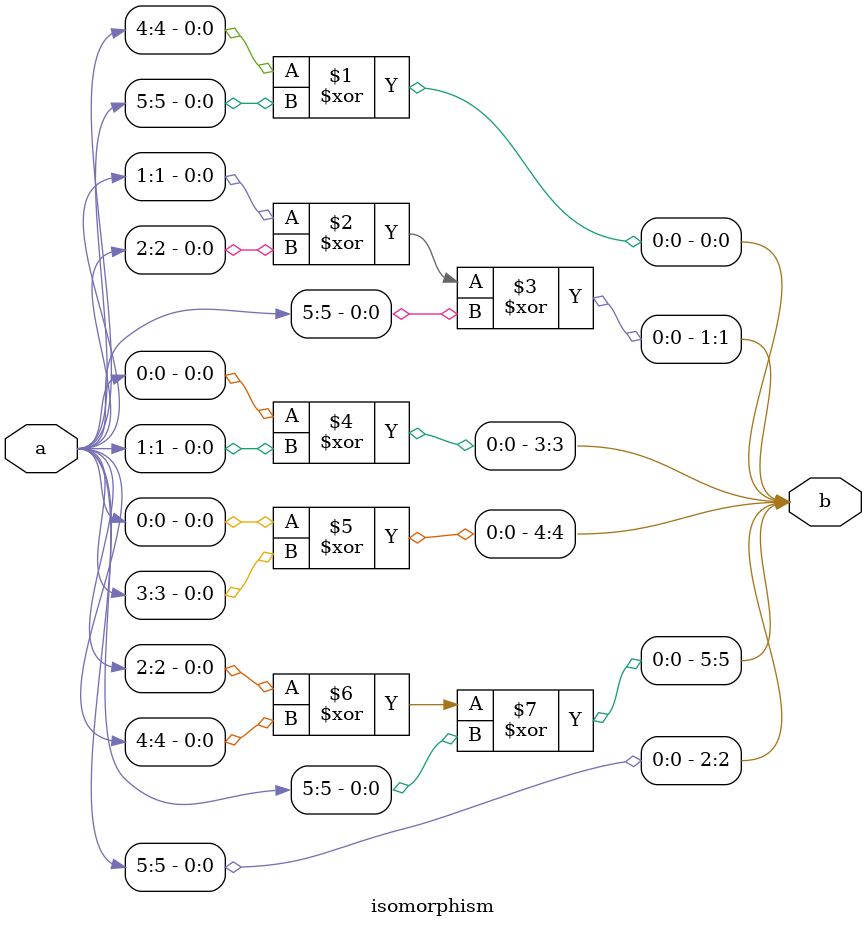
<source format=v>
`timescale 1ns/100ps
module SMSS32_40_nn_7_5(x,y);
	 input [5:0] x;
	 output [5:0] y;
	 wire [5:0] w;
	 wire [5:0] p;
	 isomorphism C2 (x,w);
	 power_40 C3 (w,p);
	 inv_isomorphism C4 (p,y);
endmodule

module add_base(a,b,c);
	 input [2:0] a;
	 input [2:0] b;
	 output [2:0] c;
	 assign c[0]=a[0]^b[0];
	 assign c[1]=a[1]^b[1];
	 assign c[2]=a[2]^b[2];
endmodule

module five_base(a,b);
	 input [2:0] a;
	 output [2:0] b;
	 assign b[0]=a[1]^a[2]^(a[0]&a[1]);
	 assign b[1]=a[0]^a[2]^(a[1]&a[2]);
	 assign b[2]=a[0]^a[1]^(a[0]&a[2]);
endmodule

module power_40(a,b);
	 input [5:0] a;
	 output [5:0] b;
	 wire [2:0] x_0;
	 wire [2:0] x_1;
	 wire [2:0] x_2;
	 wire [2:0] x_3;
	 wire [2:0] x_4;
	 wire [2:0] x_5;
	 wire [2:0] y_0;
	 wire [2:0] y_1;
	 assign x_0[0]=a[0];
	 assign x_0[1]=a[1];
	 assign x_0[2]=a[2];
	 assign x_1[0]=a[3];
	 assign x_1[1]=a[4];
	 assign x_1[2]=a[5];
	 add_base A1 (x_0,x_1,x_2);
	 five_base A2 (x_2,x_3);
	 five_base  A3 (x_0,x_4);
	 five_base A4 (x_1,x_5);
	 add_base A5 (x_5,x_3,y_0);
	 add_base A6 (x_4,x_3,y_1);
	 assign b[0]=y_0[0];
	 assign b[1]=y_0[1];
	 assign b[2]=y_0[2];
	 assign b[3]=y_1[0];
	 assign b[4]=y_1[1];
	 assign b[5]=y_1[2];
endmodule

module inv_isomorphism(a,b);
	 input [5:0] a;
	 output [5:0] b;
	 assign b[0]=a[4];
	 assign b[1]=a[0]^a[5];
	 assign b[2]=a[0]^a[3]^a[4]^a[5];
	 assign b[3]=a[2]^a[4]^a[5];
	 assign b[4]=a[5];
	 assign b[5]=a[1]^a[3]^a[4];
endmodule

module isomorphism(a,b);
	 input [5:0] a;
	 output [5:0] b;
	 assign b[0]=a[4]^a[5];
	 assign b[1]=a[1]^a[2]^a[5];
	 assign b[2]=a[5];
	 assign b[3]=a[0]^a[1];
	 assign b[4]=a[0]^a[3];
	 assign b[5]=a[2]^a[4]^a[5];
endmodule


</source>
